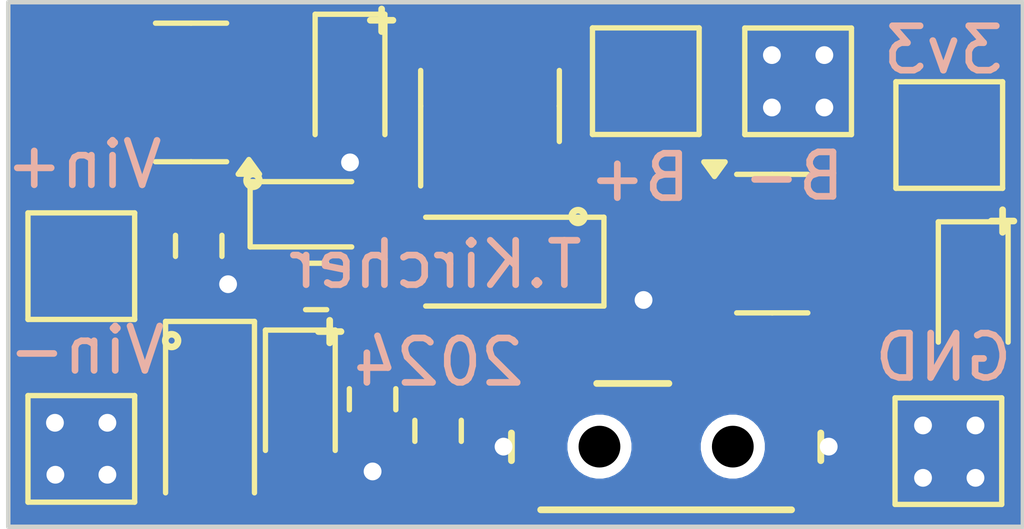
<source format=kicad_pcb>
(kicad_pcb (version 20240108) (generator "pcbnew") (generator_version "8.0")
  (layers (0 "F.Cu" signal) (31 "B.Cu" signal) (34 "B.Paste" user) (35 "F.Paste" user) (36 "B.SilkS" user "B.Silkscreen") (37 "F.SilkS" user "F.Silkscreen") (38 "B.Mask" user) (39 "F.Mask" user) (44 "Edge.Cuts" user))
  (net 0 "")
  (net 1 "GND")
  (net 2 "Net-(Q1-D)")
  (net 3 "Net-(D3-K)")
  (net 4 "+3.3V")
  (net 5 "Net-(D2-K)")
  (net 6 "Net-(D2-A)")
  (net 7 "Net-(U1-PROG)")
  (net 9 "MAIN+")
  (net 10 "Net-(SW1-A)")
  (footprint "TestPoint:TestPoint_Pad_2.0x2.0mm" (layer "F.Cu") (at 152.6032 76.6572)
    (property "Reference" "TP3" (hide yes))
    (property "Value" "BATT+" (hide yes))
    (fp_line (start -1.2 -1.2) (end 1.2 -1.2) (stroke (width 0.12)) (layer "F.SilkS"))
    (fp_line (start -1.2 1.2) (end -1.2 -1.2) (stroke (width 0.12)) (layer "F.SilkS"))
    (fp_line (start 1.2 -1.2) (end 1.2 1.2) (stroke (width 0.12)) (layer "F.SilkS"))
    (fp_line (start 1.2 1.2) (end -1.2 1.2) (stroke (width 0.12)) (layer "F.SilkS"))
    (pad "1" smd rect (at 0 0) (size 2 2) (layers "F.Cu" "F.Mask") (net 2 "Net-(Q1-D)"))
  )
  (footprint "Capacitor_Tantalum_SMD:CP_EIA-2012-15_AVX-P" (layer "F.Cu") (at 144.8308 83.9724 -90)
    (property "Reference" "C1" (hide yes))
    (property "Value" "4.7uF" (hide yes))
    (fp_line (start -1.71 0.785) (end 1 0.785) (stroke (width 0.12)) (layer "F.SilkS"))
    (fp_line (start -1.71 -0.785) (end -1.71 0.785) (stroke (width 0.12)) (layer "F.SilkS"))
    (fp_line (start 1 -0.785) (end -1.71 -0.785) (stroke (width 0.12)) (layer "F.SilkS"))
    (pad "1" smd roundrect (at -0.8875 0 270) (size 1.125 1.05) (layers "F.Cu" "F.Paste" "F.Mask") (roundrect_rratio 0.238095) (net 9 "MAIN+"))
    (pad "2" smd roundrect (at 0.8875 0 270) (size 1.125 1.05) (layers "F.Cu" "F.Paste" "F.Mask") (roundrect_rratio 0.238095) (net 1 "GND"))
  )
  (footprint "Resistor_SMD:R_0603_1608Metric" (layer "F.Cu") (at 145.1864 81.28)
    (property "Reference" "R1" (hide yes))
    (property "Value" "330" (hide yes))
    (fp_line (start -0.237258 -0.5225) (end 0.237258 -0.5225) (stroke (width 0.12)) (layer "F.SilkS"))
    (fp_line (start -0.237258 0.5225) (end 0.237258 0.5225) (stroke (width 0.12)) (layer "F.SilkS"))
    (pad "1" smd roundrect (at -0.825 0) (size 0.8 0.95) (layers "F.Cu" "F.Paste" "F.Mask") (net 9 "MAIN+"))
    (pad "2" smd roundrect (at 0.825 0) (size 0.8 0.95) (layers "F.Cu" "F.Paste" "F.Mask") (net 6 "Net-(D2-A)"))
  )
  (footprint "Resistor_SMD:R_0603_1608Metric" (layer "F.Cu") (at 146.4564 83.82 -90)
    (property "Reference" "R5" (hide yes))
    (property "Value" "100k" (hide yes))
    (fp_line (start -0.237258 0.5225) (end 0.237258 0.5225) (stroke (width 0.12)) (layer "F.SilkS"))
    (fp_line (start -0.237258 -0.5225) (end 0.237258 -0.5225) (stroke (width 0.12)) (layer "F.SilkS"))
    (pad "1" smd roundrect (at -0.825 0 270) (size 0.8 0.95) (layers "F.Cu" "F.Paste" "F.Mask") (net 9 "MAIN+"))
    (pad "2" smd roundrect (at 0.825 0 270) (size 0.8 0.95) (layers "F.Cu" "F.Paste" "F.Mask") (net 1 "GND"))
  )
  (footprint "Capacitor_Tantalum_SMD:CP_EIA-2012-15_AVX-P" (layer "F.Cu") (at 159.9692 81.534 -90)
    (property "Reference" "C5" (hide yes))
    (property "Value" "4.7uF" (hide yes))
    (fp_line (start -1.71 0.785) (end 1 0.785) (stroke (width 0.12)) (layer "F.SilkS"))
    (fp_line (start -1.71 -0.785) (end -1.71 0.785) (stroke (width 0.12)) (layer "F.SilkS"))
    (fp_line (start 1 -0.785) (end -1.71 -0.785) (stroke (width 0.12)) (layer "F.SilkS"))
    (pad "1" smd roundrect (at -0.8875 0 270) (size 1.125 1.05) (layers "F.Cu" "F.Paste" "F.Mask") (roundrect_rratio 0.238095) (net 4 "+3.3V"))
    (pad "2" smd roundrect (at 0.8875 0 270) (size 1.125 1.05) (layers "F.Cu" "F.Paste" "F.Mask") (roundrect_rratio 0.238095) (net 1 "GND"))
  )
  (footprint "LED_SMD:LED_0603_1608Metric" (layer "F.Cu") (at 145.1864 79.6544)
    (property "Reference" "D2" (hide yes))
    (property "Value" "LED" (hide yes))
    (fp_line (start -1.485 -0.735) (end -1.485 0.735) (stroke (width 0.12)) (layer "F.SilkS"))
    (fp_line (start -1.485 0.735) (end 0.8 0.735) (stroke (width 0.12)) (layer "F.SilkS"))
    (fp_line (start 0.8 -0.735) (end -1.485 -0.735) (stroke (width 0.12)) (layer "F.SilkS"))
    (pad "1" smd roundrect (at -0.7875 0) (size 0.875 0.95) (layers "F.Cu" "F.Paste" "F.Mask") (net 5 "Net-(D2-K)"))
    (pad "2" smd roundrect (at 0.7875 0) (size 0.875 0.95) (layers "F.Cu" "F.Paste" "F.Mask") (net 6 "Net-(D2-A)"))
  )
  (footprint "TestPoint:TestPoint_Pad_2.0x2.0mm" (layer "F.Cu") (at 156.03 76.66)
    (property "Reference" "TP4" (hide yes))
    (property "Value" "BATT-" (hide yes))
    (fp_line (start -1.2 -1.2) (end 1.2 -1.2) (stroke (width 0.12)) (layer "F.SilkS"))
    (fp_line (start -1.2 1.2) (end -1.2 -1.2) (stroke (width 0.12)) (layer "F.SilkS"))
    (fp_line (start 1.2 -1.2) (end 1.2 1.2) (stroke (width 0.12)) (layer "F.SilkS"))
    (fp_line (start 1.2 1.2) (end -1.2 1.2) (stroke (width 0.12)) (layer "F.SilkS"))
    (pad "1" smd rect (at 0 0) (size 2 2) (layers "F.Cu" "F.Mask") (net 1 "GND"))
  )
  (footprint "Package_TO_SOT_SMD:SOT-23-5" (layer "F.Cu") (at 142.3725 76.9112 180)
    (property "Reference" "U1" (hide yes))
    (property "Value" "MCP73831" (hide yes))
    (fp_line (start 0 1.56) (end 0.8 1.56) (stroke (width 0.12)) (layer "F.SilkS"))
    (fp_line (start 0 1.56) (end -0.8 1.56) (stroke (width 0.12)) (layer "F.SilkS"))
    (fp_line (start 0 -1.56) (end 0.8 -1.56) (stroke (width 0.12)) (layer "F.SilkS"))
    (fp_line (start 0 -1.56) (end -0.8 -1.56) (stroke (width 0.12)) (layer "F.SilkS"))
    (fp_poly (pts (xy -1.3 -1.51) (xy -1.54 -1.84) (xy -1.06 -1.84) (xy -1.3 -1.51)) (stroke (width 0.12)) (fill solid) (layer "F.SilkS"))
    (pad "1" smd roundrect (at -1.1375 -0.95 180) (size 1.325 0.6) (layers "F.Cu" "F.Paste" "F.Mask") (net 5 "Net-(D2-K)"))
    (pad "2" smd roundrect (at -1.1375 0 180) (size 1.325 0.6) (layers "F.Cu" "F.Paste" "F.Mask") (net 1 "GND"))
    (pad "3" smd roundrect (at -1.1375 0.95 180) (size 1.325 0.6) (layers "F.Cu" "F.Paste" "F.Mask") (net 2 "Net-(Q1-D)"))
    (pad "4" smd roundrect (at 1.1375 0.95 180) (size 1.325 0.6) (layers "F.Cu" "F.Paste" "F.Mask") (net 9 "MAIN+"))
    (pad "5" smd roundrect (at 1.1375 -0.95 180) (size 1.325 0.6) (layers "F.Cu" "F.Paste" "F.Mask") (net 7 "Net-(U1-PROG)"))
  )
  (footprint "wearable_battery_board:CUS-12TB_NDC" (layer "F.Cu") (at 153.0604 84.8868)
    (property "Reference" "SW1" (hide yes))
    (property "Value" "SW_SPDT" (hide yes))
    (fp_line (start -3.4798 0.315459) (end -3.4798 -0.306259) (stroke (width 0.1524)) (layer "F.SilkS"))
    (fp_line (start -1.561663 -1.4224) (end 0.06166 -1.4224) (stroke (width 0.1524)) (layer "F.SilkS"))
    (fp_line (start 2.82194 1.422399) (end -2.82194 1.422399) (stroke (width 0.1524)) (layer "F.SilkS"))
    (fp_line (start 3.4798 -0.306259) (end 3.4798 0.315459) (stroke (width 0.1524)) (layer "F.SilkS"))
    (pad "" np_thru_hole circle (at -1.5 0) (size 0.9398 0.9398) (drill 0.9398) (layers))
    (pad "" np_thru_hole circle (at 1.5 0) (size 0.9398 0.9398) (drill 0.9398) (layers))
    (pad "1" smd rect (at -2.250003 -1.7454) (size 0.7112 1.4986) (layers "F.Cu" "F.Paste" "F.Mask") (net 10 "Net-(SW1-A)"))
    (pad "2" smd rect (at 0.75 -1.7454) (size 0.7112 1.4986) (layers "F.Cu" "F.Paste" "F.Mask") (net 10 "Net-(SW1-A)"))
    (pad "3" smd rect (at 2.25 -1.7454) (size 0.7112 1.4986) (layers "F.Cu" "F.Paste" "F.Mask") (net 3 "Net-(D3-K)"))
    (pad "4" smd rect (at -3.65 -1.045399) (size 0.9906 0.8128) (layers "F.Cu" "F.Paste" "F.Mask") (net 1 "GND"))
    (pad "4" smd rect (at -3.64998 1.054599) (size 0.9906 0.8128) (layers "F.Cu" "F.Paste" "F.Mask") (net 1 "GND"))
    (pad "4" smd rect (at 3.64998 1.054599) (size 0.9906 0.8128) (layers "F.Cu" "F.Paste" "F.Mask") (net 1 "GND"))
    (pad "4" smd rect (at 3.65 -1.045399) (size 0.9906 0.8128) (layers "F.Cu" "F.Paste" "F.Mask") (net 1 "GND"))
  )
  (footprint "Package_TO_SOT_SMD:SOT-23-5" (layer "F.Cu") (at 155.448 80.3148)
    (property "Reference" "U2" (hide yes))
    (property "Value" "AP2112K" (hide yes))
    (fp_line (start 0 -1.56) (end -0.8 -1.56) (stroke (width 0.12)) (layer "F.SilkS"))
    (fp_line (start 0 -1.56) (end 0.8 -1.56) (stroke (width 0.12)) (layer "F.SilkS"))
    (fp_line (start 0 1.56) (end -0.8 1.56) (stroke (width 0.12)) (layer "F.SilkS"))
    (fp_line (start 0 1.56) (end 0.8 1.56) (stroke (width 0.12)) (layer "F.SilkS"))
    (fp_poly (pts (xy -1.3 -1.51) (xy -1.54 -1.84) (xy -1.06 -1.84) (xy -1.3 -1.51)) (stroke (width 0.12)) (fill solid) (layer "F.SilkS"))
    (pad "1" smd roundrect (at -1.1375 -0.95) (size 1.325 0.6) (layers "F.Cu" "F.Paste" "F.Mask") (net 3 "Net-(D3-K)"))
    (pad "2" smd roundrect (at -1.1375 0) (size 1.325 0.6) (layers "F.Cu" "F.Paste" "F.Mask") (net 1 "GND"))
    (pad "3" smd roundrect (at -1.1375 0.95) (size 1.325 0.6) (layers "F.Cu" "F.Paste" "F.Mask") (net 10 "Net-(SW1-A)"))
    (pad "4" smd roundrect (at 1.1375 0.95) (size 1.325 0.6) (layers "F.Cu" "F.Paste" "F.Mask"))
    (pad "5" smd roundrect (at 1.1375 -0.95) (size 1.325 0.6) (layers "F.Cu" "F.Paste" "F.Mask") (net 4 "+3.3V"))
  )
  (footprint "Resistor_SMD:R_0603_1608Metric" (layer "F.Cu") (at 147.9296 84.5312 90)
    (property "Reference" "R6" (hide yes))
    (property "Value" "100k" (hide yes))
    (fp_line (start -0.237258 -0.5225) (end 0.237258 -0.5225) (stroke (width 0.12)) (layer "F.SilkS"))
    (fp_line (start -0.237258 0.5225) (end 0.237258 0.5225) (stroke (width 0.12)) (layer "F.SilkS"))
    (pad "1" smd roundrect (at -0.825 0 90) (size 0.8 0.95) (layers "F.Cu" "F.Paste" "F.Mask") (net 1 "GND"))
    (pad "2" smd roundrect (at 0.825 0 90) (size 0.8 0.95) (layers "F.Cu" "F.Paste" "F.Mask") (net 10 "Net-(SW1-A)"))
  )
  (footprint "wearable_battery_board:SOT-23-3" (layer "F.Cu") (at 149.098 77.216 90)
    (property "Reference" "Q1" (hide yes))
    (property "Value" "SI2333DDS" (hide yes))
    (fp_line (start 0 -1.56) (end 0.8 -1.56) (stroke (width 0.12)) (layer "F.SilkS"))
    (fp_line (start 0 -1.56) (end -1.8 -1.56) (stroke (width 0.12)) (layer "F.SilkS"))
    (fp_line (start 0 1.56) (end 0.8 1.56) (stroke (width 0.12)) (layer "F.SilkS"))
    (fp_line (start 0 1.56) (end -0.8 1.56) (stroke (width 0.12)) (layer "F.SilkS"))
    (pad "1" smd roundrect (at -1.1375 -0.95 90) (size 1.325 0.6) (layers "F.Cu" "F.Paste" "F.Mask") (net 9 "MAIN+"))
    (pad "2" smd roundrect (at -1.1375 0.95 90) (size 1.325 0.6) (layers "F.Cu" "F.Paste" "F.Mask") (net 3 "Net-(D3-K)"))
    (pad "3" smd roundrect (at 1.1375 0 90) (size 1.325 0.6) (layers "F.Cu" "F.Paste" "F.Mask") (net 2 "Net-(Q1-D)"))
  )
  (footprint "TestPoint:TestPoint_Pad_2.0x2.0mm" (layer "F.Cu") (at 139.9032 84.9376 90)
    (property "Reference" "TP2" (hide yes))
    (property "Value" "EXT-" (hide yes))
    (fp_line (start 1.2 -1.2) (end 1.2 1.2) (stroke (width 0.12)) (layer "F.SilkS"))
    (fp_line (start -1.2 -1.2) (end 1.2 -1.2) (stroke (width 0.12)) (layer "F.SilkS"))
    (fp_line (start 1.2 1.2) (end -1.2 1.2) (stroke (width 0.12)) (layer "F.SilkS"))
    (fp_line (start -1.2 1.2) (end -1.2 -1.2) (stroke (width 0.12)) (layer "F.SilkS"))
    (pad "1" smd rect (at 0 0 90) (size 2 2) (layers "F.Cu" "F.Mask") (net 1 "GND"))
  )
  (footprint "Diode_SMD:D_SOD-123" (layer "F.Cu") (at 149.3012 80.7212 180)
    (property "Reference" "D3" (hide yes))
    (property "Value" "MBR0540" (hide yes))
    (fp_line (start -2.36 1) (end 1.65 1) (stroke (width 0.12)) (layer "F.SilkS"))
    (fp_line (start -2.36 -1) (end 1.65 -1) (stroke (width 0.12)) (layer "F.SilkS"))
    (fp_line (start -2.36 -1) (end -2.36 1) (stroke (width 0.12)) (layer "F.SilkS"))
    (pad "1" smd roundrect (at -1.65 0 180) (size 0.9 1.2) (layers "F.Cu" "F.Paste" "F.Mask") (net 3 "Net-(D3-K)"))
    (pad "2" smd roundrect (at 1.65 0 180) (size 0.9 1.2) (layers "F.Cu" "F.Paste" "F.Mask") (net 9 "MAIN+"))
  )
  (footprint "Capacitor_SMD:C_0603_1608Metric" (layer "F.Cu") (at 152.5524 80.1624 -90)
    (property "Reference" "C3" (hide yes))
    (property "Value" "1uF" (hide yes))
    (pad "1" smd roundrect (at -0.775 0 270) (size 0.9 0.95) (layers "F.Cu" "F.Paste" "F.Mask") (net 3 "Net-(D3-K)"))
    (pad "2" smd roundrect (at 0.775 0 270) (size 0.9 0.95) (layers "F.Cu" "F.Paste" "F.Mask") (net 1 "GND"))
  )
  (footprint "TestPoint:TestPoint_Pad_2.0x2.0mm" (layer "F.Cu") (at 159.4104 84.9884)
    (property "Reference" "TP6" (hide yes))
    (property "Value" "3v3-" (hide yes))
    (fp_line (start -1.2 -1.2) (end 1.2 -1.2) (stroke (width 0.12)) (layer "F.SilkS"))
    (fp_line (start -1.2 1.2) (end -1.2 -1.2) (stroke (width 0.12)) (layer "F.SilkS"))
    (fp_line (start 1.2 -1.2) (end 1.2 1.2) (stroke (width 0.12)) (layer "F.SilkS"))
    (fp_line (start 1.2 1.2) (end -1.2 1.2) (stroke (width 0.12)) (layer "F.SilkS"))
    (pad "1" smd rect (at 0 0) (size 2 2) (layers "F.Cu" "F.Mask") (net 1 "GND"))
  )
  (footprint "Capacitor_SMD:C_0603_1608Metric" (layer "F.Cu") (at 158.2928 81.3308 -90)
    (property "Reference" "C4" (hide yes))
    (property "Value" "1uF" (hide yes))
    (pad "1" smd roundrect (at -0.775 0 270) (size 0.9 0.95) (layers "F.Cu" "F.Paste" "F.Mask") (net 4 "+3.3V"))
    (pad "2" smd roundrect (at 0.775 0 270) (size 0.9 0.95) (layers "F.Cu" "F.Paste" "F.Mask") (net 1 "GND"))
  )
  (footprint "Resistor_SMD:R_0603_1608Metric" (layer "F.Cu") (at 142.5448 80.3656 -90)
    (property "Reference" "R2" (hide yes))
    (property "Value" "10k" (hide yes))
    (fp_line (start -0.237258 0.5225) (end 0.237258 0.5225) (stroke (width 0.12)) (layer "F.SilkS"))
    (fp_line (start -0.237258 -0.5225) (end 0.237258 -0.5225) (stroke (width 0.12)) (layer "F.SilkS"))
    (pad "1" smd roundrect (at -0.825 0 270) (size 0.8 0.95) (layers "F.Cu" "F.Paste" "F.Mask") (net 7 "Net-(U1-PROG)"))
    (pad "2" smd roundrect (at 0.825 0 270) (size 0.8 0.95) (layers "F.Cu" "F.Paste" "F.Mask") (net 1 "GND"))
  )
  (footprint "Capacitor_Tantalum_SMD:CP_EIA-2012-15_AVX-P" (layer "F.Cu") (at 145.9484 76.8604 -90)
    (property "Reference" "C2" (hide yes))
    (property "Value" "4.7uF" (hide yes))
    (fp_line (start -1.71 0.785) (end 1 0.785) (stroke (width 0.12)) (layer "F.SilkS"))
    (fp_line (start -1.71 -0.785) (end -1.71 0.785) (stroke (width 0.12)) (layer "F.SilkS"))
    (fp_line (start 1 -0.785) (end -1.71 -0.785) (stroke (width 0.12)) (layer "F.SilkS"))
    (pad "1" smd roundrect (at -0.8875 0 270) (size 1.125 1.05) (layers "F.Cu" "F.Paste" "F.Mask") (roundrect_rratio 0.238095) (net 2 "Net-(Q1-D)"))
    (pad "2" smd roundrect (at 0.8875 0 270) (size 1.125 1.05) (layers "F.Cu" "F.Paste" "F.Mask") (roundrect_rratio 0.238095) (net 1 "GND"))
  )
  (footprint "TestPoint:TestPoint_Pad_2.0x2.0mm" (layer "F.Cu") (at 159.43 77.87)
    (property "Reference" "TP5" (hide yes))
    (property "Value" "3v3+" (hide yes))
    (fp_line (start -1.2 -1.2) (end 1.2 -1.2) (stroke (width 0.12)) (layer "F.SilkS"))
    (fp_line (start -1.2 1.2) (end -1.2 -1.2) (stroke (width 0.12)) (layer "F.SilkS"))
    (fp_line (start 1.2 -1.2) (end 1.2 1.2) (stroke (width 0.12)) (layer "F.SilkS"))
    (fp_line (start 1.2 1.2) (end -1.2 1.2) (stroke (width 0.12)) (layer "F.SilkS"))
    (pad "1" smd rect (at 0 0) (size 2 2) (layers "F.Cu" "F.Mask") (net 4 "+3.3V"))
  )
  (footprint "TestPoint:TestPoint_Pad_2.0x2.0mm" (layer "F.Cu") (at 139.9032 80.8228)
    (property "Reference" "TP1" (hide yes))
    (property "Value" "EXT+" (hide yes))
    (fp_line (start -1.2 -1.2) (end 1.2 -1.2) (stroke (width 0.12)) (layer "F.SilkS"))
    (fp_line (start -1.2 1.2) (end -1.2 -1.2) (stroke (width 0.12)) (layer "F.SilkS"))
    (fp_line (start 1.2 -1.2) (end 1.2 1.2) (stroke (width 0.12)) (layer "F.SilkS"))
    (fp_line (start 1.2 1.2) (end -1.2 1.2) (stroke (width 0.12)) (layer "F.SilkS"))
    (pad "1" smd rect (at 0 0) (size 2 2) (layers "F.Cu" "F.Mask") (net 9 "MAIN+"))
  )
  (footprint "Diode_SMD:D_SOD-123F" (layer "F.Cu") (at 142.7988 84.2772 -90)
    (property "Reference" "D1" (hide yes))
    (property "Value" "SMF4L5.0A" (hide yes))
    (fp_line (start -2.21 1) (end 1.65 1) (stroke (width 0.12)) (layer "F.SilkS"))
    (fp_line (start -2.21 -1) (end -2.21 1) (stroke (width 0.12)) (layer "F.SilkS"))
    (fp_line (start -2.21 -1) (end 1.65 -1) (stroke (width 0.12)) (layer "F.SilkS"))
    (pad "1" smd roundrect (at -1.4 0 270) (size 1.1 1.1) (layers "F.Cu" "F.Paste" "F.Mask") (roundrect_rratio 0.2272727273) (net 9 "MAIN+"))
    (pad "2" smd roundrect (at 1.4 0 270) (size 1.1 1.1) (layers "F.Cu" "F.Paste" "F.Mask") (roundrect_rratio 0.2272727273) (net 1 "GND"))
  )
  (gr_circle (center 151.0792 79.7052) (end 151.1808 79.8068) (stroke (width 0.15)) (fill none) (layer "F.SilkS"))
  (gr_line (start 146.4056 75.2856) (end 146.9136 75.2856) (stroke (width 0.15)) (layer "F.SilkS"))
  (gr_line (start 160.6296 79.5528) (end 160.6296 80.0608) (stroke (width 0.15)) (layer "F.SilkS"))
  (gr_line (start 146.6596 75.0316) (end 146.6596 75.5396) (stroke (width 0.15)) (layer "F.SilkS"))
  (gr_line (start 145.4912 82.042) (end 145.4912 82.55) (stroke (width 0.15)) (layer "F.SilkS"))
  (gr_line (start 160.3756 79.8068) (end 160.8836 79.8068) (stroke (width 0.15)) (layer "F.SilkS"))
  (gr_circle (center 141.9352 82.4992) (end 142.0368 82.6008) (stroke (width 0.15)) (fill none) (layer "F.SilkS"))
  (gr_circle (center 143.764 78.8924) (end 143.8656 78.994) (stroke (width 0.15)) (fill none) (layer "F.SilkS"))
  (gr_line (start 145.2372 82.296) (end 145.7452 82.296) (stroke (width 0.15)) (layer "F.SilkS"))
  (gr_rect (start 138.26 74.8792) (end 161.0868 86.6918) (stroke (width 0.1)) (fill none) (layer "Edge.Cuts"))
  (gr_text "B-" (at 157.15 79.38 0) (layer "B.SilkS") (effects (font (size 1 1)) (justify left bottom mirror)))
  (gr_text "B+" (at 153.68 79.41 0) (layer "B.SilkS") (effects (font (size 1 1)) (justify left bottom mirror)))
  (gr_text "T.Kircher" (at 151.25 81.37 0) (layer "B.SilkS") (effects (font (size 1 1)) (justify left bottom mirror)))
  (gr_text "3v3" (at 160.73 76.54 0) (layer "B.SilkS") (effects (font (size 1 1)) (justify left bottom mirror)))
  (gr_text "Vin+" (at 141.8 79.12 0) (layer "B.SilkS") (effects (font (size 1 1)) (justify left bottom mirror)))
  (gr_text "2024" (at 149.95 83.57 0) (layer "B.SilkS") (effects (font (size 1 1)) (justify left bottom mirror)))
  (gr_text "Vin-" (at 141.86 83.3 0) (layer "B.SilkS") (effects (font (size 1 1)) (justify left bottom mirror)))
  (gr_text "GND" (at 160.92 83.46 0) (layer "B.SilkS") (effects (font (size 1 1)) (justify left bottom mirror)))
  (segment (start 152.9966 80.9374) (end 152.5524 80.9374) (width 0.6) (layer "F.Cu") (net 1))
  (segment (start 159.9692 82.4215) (end 159.9692 84.4296) (width 1) (layer "F.Cu") (net 1))
  (segment (start 159.9692 84.4296) (end 159.4104 84.9884) (width 1) (layer "F.Cu") (net 1))
  (segment (start 152.5524 81.5848) (end 152.5524 80.9374) (width 0.6) (layer "F.Cu") (net 1))
  (segment (start 142.7988 85.6772) (end 144.0135 85.6772) (width 0.8) (layer "F.Cu") (net 1))
  (segment (start 156.71038 85.941399) (end 156.71038 84.89442) (width 0.4) (layer "F.Cu") (net 1))
  (segment (start 159.9692 82.4215) (end 158.6085 82.4215) (width 1) (layer "F.Cu") (net 1))
  (segment (start 149.41042 84.89442) (end 149.4028 84.8868) (width 0.4) (layer "F.Cu") (net 1))
  (segment (start 147.9296 85.3562) (end 147.1676 85.3562) (width 0.8) (layer "F.Cu") (net 1))
  (segment (start 149.4104 83.841401) (end 149.4104 84.8792) (width 0.4) (layer "F.Cu") (net 1))
  (segment (start 153.6192 80.3148) (end 152.9966 80.9374) (width 0.6) (layer "F.Cu") (net 1))
  (segment (start 144.8308 84.8599) (end 146.2415 84.8599) (width 0.8) (layer "F.Cu") (net 1))
  (segment (start 147.1676 85.3562) (end 146.4564 84.645) (width 0.8) (layer "F.Cu") (net 1))
  (segment (start 145.5659 77.7479) (end 145.9484 77.7479) (width 0.6) (layer "F.Cu") (net 1))
  (segment (start 140.5128 85.5472) (end 139.9032 84.9376) (width 0.8) (layer "F.Cu") (net 1))
  (segment (start 158.6085 82.4215) (end 158.2928 82.1058) (width 1) (layer "F.Cu") (net 1))
  (segment (start 149.4104 84.8792) (end 149.4028 84.8868) (width 0.4) (layer "F.Cu") (net 1))
  (segment (start 149.41042 85.941399) (end 149.41042 84.89442) (width 0.4) (layer "F.Cu") (net 1))
  (segment (start 156.7104 84.8792) (end 156.718 84.8868) (width 0.4) (layer "F.Cu") (net 1))
  (segment (start 144.7292 76.9112) (end 145.5659 77.7479) (width 0.6) (layer "F.Cu") (net 1))
  (segment (start 146.4564 85.4456) (end 146.4564 84.645) (width 0.8) (layer "F.Cu") (net 1))
  (segment (start 144.0135 85.6772) (end 144.8308 84.8599) (width 0.8) (layer "F.Cu") (net 1))
  (segment (start 146.2415 84.8599) (end 146.4564 84.645) (width 0.8) (layer "F.Cu") (net 1))
  (segment (start 143.51 76.9112) (end 144.7292 76.9112) (width 0.6) (layer "F.Cu") (net 1))
  (segment (start 143.1666 81.1906) (end 142.5448 81.1906) (width 0.6) (layer "F.Cu") (net 1))
  (segment (start 145.9484 78.486) (end 145.9484 77.7479) (width 0.6) (layer "F.Cu") (net 1))
  (segment (start 156.71038 84.89442) (end 156.718 84.8868) (width 0.4) (layer "F.Cu") (net 1))
  (segment (start 156.7104 83.841401) (end 156.7104 84.8792) (width 0.4) (layer "F.Cu") (net 1))
  (segment (start 143.2052 81.2292) (end 143.1666 81.1906) (width 0.6) (layer "F.Cu") (net 1))
  (segment (start 154.3105 80.3148) (end 153.6192 80.3148) (width 0.6) (layer "F.Cu") (net 1))
  (segment (start 142.4656 85.598) (end 142.4148 85.5472) (width 0.8) (layer "F.Cu") (net 1))
  (segment (start 142.4148 85.5472) (end 140.5128 85.5472) (width 0.8) (layer "F.Cu") (net 1))
  (via (at 139.32 85.52) (size 0.8) (drill 0.4) (layers "F.Cu" "B.Cu") (net 1))
  (via (at 156.718 84.8868) (size 0.8) (drill 0.4) (layers "F.Cu" "B.Cu") (net 1))
  (via (at 149.4028 84.8868) (size 0.8) (drill 0.4) (layers "F.Cu" "B.Cu") (net 1))
  (via (at 140.49 85.52) (size 0.8) (drill 0.4) (layers "F.Cu" "B.Cu") (net 1))
  (via (at 158.84 85.59) (size 0.8) (drill 0.4) (layers "F.Cu" "B.Cu") (net 1))
  (via (at 156.62 77.25) (size 0.8) (drill 0.4) (layers "F.Cu" "B.Cu") (net 1))
  (via (at 158.84 84.41) (size 0.8) (drill 0.4) (layers "F.Cu" "B.Cu") (net 1))
  (via (at 143.2052 81.2292) (size 0.8) (drill 0.4) (layers "F.Cu" "B.Cu") (net 1))
  (via (at 155.44 77.25) (size 0.8) (drill 0.4) (layers "F.Cu" "B.Cu") (net 1))
  (via (at 156.62 76.07) (size 0.8) (drill 0.4) (layers "F.Cu" "B.Cu") (net 1))
  (via (at 146.4564 85.4456) (size 0.8) (drill 0.4) (layers "F.Cu" "B.Cu") (net 1))
  (via (at 160.02 84.41) (size 0.8) (drill 0.4) (layers "F.Cu" "B.Cu") (net 1))
  (via (at 145.9484 78.486) (size 0.8) (drill 0.4) (layers "F.Cu" "B.Cu") (net 1))
  (via (at 152.5524 81.5848) (size 0.8) (drill 0.4) (layers "F.Cu" "B.Cu") (net 1))
  (via (at 140.49 84.35) (size 0.8) (drill 0.4) (layers "F.Cu" "B.Cu") (net 1))
  (via (at 160.02 85.59) (size 0.8) (drill 0.4) (layers "F.Cu" "B.Cu") (net 1))
  (via (at 139.31 84.35) (size 0.8) (drill 0.4) (layers "F.Cu" "B.Cu") (net 1))
  (via (at 155.44 76.07) (size 0.8) (drill 0.4) (layers "F.Cu" "B.Cu") (net 1))
  (segment (start 149.098 76.0785) (end 149.1865 75.99) (width 1) (layer "F.Cu") (net 2))
  (segment (start 149.098 76.0785) (end 148.9924 75.9729) (width 1) (layer "F.Cu") (net 2))
  (segment (start 148.9924 75.9729) (end 145.9564 75.9729) (width 1) (layer "F.Cu") (net 2))
  (segment (start 143.51 75.9612) (end 143.5217 75.9729) (width 0.8) (layer "F.Cu") (net 2))
  (segment (start 143.5217 75.9729) (end 145.9484 75.9729) (width 0.8) (layer "F.Cu") (net 2))
  (segment (start 151.936 75.99) (end 152.6032 76.6572) (width 1) (layer "F.Cu") (net 2))
  (segment (start 149.1865 75.99) (end 151.936 75.99) (width 1) (layer "F.Cu") (net 2))
  (segment (start 152.5524 79.3874) (end 151.6002 79.3874) (width 0.8) (layer "F.Cu") (net 3))
  (segment (start 155.448 83.0038) (end 155.448 79.797901) (width 0.4) (layer "F.Cu") (net 3))
  (segment (start 154.3105 79.3648) (end 152.575 79.3648) (width 0.8) (layer "F.Cu") (net 3))
  (segment (start 150.9512 80.0852) (end 150.9512 80.7212) (width 1) (layer "F.Cu") (net 3))
  (segment (start 155.014899 79.3648) (end 154.3105 79.3648) (width 0.4) (layer "F.Cu") (net 3))
  (segment (start 150.048 78.3535) (end 150.048 79.182) (width 1) (layer "F.Cu") (net 3))
  (segment (start 155.448 79.797901) (end 155.014899 79.3648) (width 0.4) (layer "F.Cu") (net 3))
  (segment (start 151.6002 79.3874) (end 150.9512 80.0364) (width 0.8) (layer "F.Cu") (net 3))
  (segment (start 150.9512 80.0364) (end 150.9512 80.7212) (width 0.8) (layer "F.Cu") (net 3))
  (segment (start 150.048 79.182) (end 150.9512 80.0852) (width 1) (layer "F.Cu") (net 3))
  (segment (start 159.9184 80.5957) (end 159.9184 78.3584) (width 1) (layer "F.Cu") (net 4))
  (segment (start 159.9692 80.6465) (end 159.9184 80.5957) (width 1) (layer "F.Cu") (net 4))
  (segment (start 156.5855 79.3648) (end 156.8856 79.3648) (width 1) (layer "F.Cu") (net 4))
  (segment (start 159.9184 78.3584) (end 159.43 77.87) (width 1) (layer "F.Cu") (net 4))
  (segment (start 156.8856 79.3648) (end 158.0766 80.5558) (width 1) (layer "F.Cu") (net 4))
  (segment (start 158.2928 80.5558) (end 159.8785 80.5558) (width 1) (layer "F.Cu") (net 4))
  (segment (start 159.8785 80.5558) (end 159.9692 80.6465) (width 1) (layer "F.Cu") (net 4))
  (segment (start 158.0766 80.5558) (end 158.2928 80.5558) (width 1) (layer "F.Cu") (net 4))
  (segment (start 144.0028 77.8612) (end 143.51 77.8612) (width 0.6) (layer "F.Cu") (net 5))
  (segment (start 144.3989 79.6544) (end 144.3989 78.2573) (width 0.6) (layer "F.Cu") (net 5))
  (segment (start 144.3989 78.2573) (end 144.0028 77.8612) (width 0.6) (layer "F.Cu") (net 5))
  (segment (start 146.0114 81.28) (end 146.0114 79.6919) (width 0.6) (layer "F.Cu") (net 6))
  (segment (start 141.5796 78.5754) (end 142.5448 79.5406) (width 0.6) (layer "F.Cu") (net 7))
  (segment (start 141.5644 77.8612) (end 141.5796 77.8764) (width 0.6) (layer "F.Cu") (net 7))
  (segment (start 141.5796 77.8764) (end 141.5796 78.5754) (width 0.6) (layer "F.Cu") (net 7))
  (segment (start 140.396 75.9612) (end 139.446 76.9112) (width 1) (layer "F.Cu") (net 9))
  (segment (start 148.148 79.182) (end 147.6512 79.6788) (width 1) (layer "F.Cu") (net 9))
  (segment (start 146.3665 83.0849) (end 146.4564 82.995) (width 1) (layer "F.Cu") (net 9))
  (segment (start 139.446 76.9112) (end 139.446 80.264) (width 1) (layer "F.Cu") (net 9))
  (segment (start 141.235 75.9612) (end 140.396 75.9612) (width 1) (layer "F.Cu") (net 9))
  (segment (start 148.148 78.3535) (end 148.148 79.182) (width 1) (layer "F.Cu") (net 9))
  (segment (start 139.9032 81.1276) (end 141.6528 82.8772) (width 1) (layer "F.Cu") (net 9))
  (segment (start 146.4564 82.9056) (end 146.4564 82.995) (width 1) (layer "F.Cu") (net 9))
  (segment (start 142.7988 82.8772) (end 142.9796 83.058) (width 1) (layer "F.Cu") (net 9))
  (segment (start 141.6528 82.8772) (end 142.7988 82.8772) (width 1) (layer "F.Cu") (net 9))
  (segment (start 144.8039 83.058) (end 144.8308 83.0849) (width 1) (layer "F.Cu") (net 9))
  (segment (start 144.3736 81.2922) (end 144.3736 83.0072) (width 0.6) (layer "F.Cu") (net 9))
  (segment (start 144.8308 83.0849) (end 146.3665 83.0849) (width 1) (layer "F.Cu") (net 9))
  (segment (start 147.6512 79.6788) (end 147.6512 80.7212) (width 1) (layer "F.Cu") (net 9))
  (segment (start 147.6512 81.7108) (end 146.4564 82.9056) (width 1) (layer "F.Cu") (net 9))
  (segment (start 139.446 80.264) (end 139.8524 80.6704) (width 1) (layer "F.Cu") (net 9))
  (segment (start 142.9796 83.058) (end 144.8039 83.058) (width 1) (layer "F.Cu") (net 9))
  (segment (start 147.6512 80.7212) (end 147.6512 81.7108) (width 1) (layer "F.Cu") (net 9))
  (segment (start 153.8104 83.1414) (end 153.8104 81.546) (width 0.4) (layer "F.Cu") (net 10))
  (segment (start 153.8104 81.546) (end 153.99 81.3664) (width 0.4) (layer "F.Cu") (net 10))
  (segment (start 147.9296 83.4644) (end 147.9296 83.7062) (width 0.4) (layer "F.Cu") (net 10))
  (segment (start 148.7932 82.6008) (end 147.9296 83.4644) (width 0.4) (layer "F.Cu") (net 10))
  (segment (start 150.810397 82.6008) (end 148.7932 82.6008) (width 0.4) (layer "F.Cu") (net 10))
  (segment (start 153.8104 83.1414) (end 150.810397 83.1414) (width 0.4) (layer "F.Cu") (net 10))
  (zone (net 1) (net_name "GND") (layer "B.Cu") (connect_pads (clearance 0.5)) (min_thickness 0.25) (fill yes (thermal_gap 0.5) (thermal_bridge_width 0.5))
    (polygon (pts (xy 138.279634 74.8792) (xy 138.267144 86.696) (xy 161.0868 86.696) (xy 161.0868 74.8792)))
  )
)
</source>
